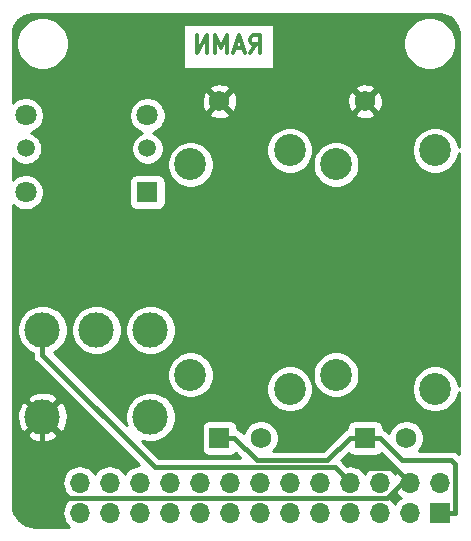
<source format=gbr>
G04 #@! TF.GenerationSoftware,KiCad,Pcbnew,(5.1.4)-1*
G04 #@! TF.CreationDate,2019-12-12T19:48:24+09:00*
G04 #@! TF.ProjectId,microcar_head,6d696372-6f63-4617-925f-686561642e6b,rev?*
G04 #@! TF.SameCoordinates,Original*
G04 #@! TF.FileFunction,Copper,L2,Bot*
G04 #@! TF.FilePolarity,Positive*
%FSLAX46Y46*%
G04 Gerber Fmt 4.6, Leading zero omitted, Abs format (unit mm)*
G04 Created by KiCad (PCBNEW (5.1.4)-1) date 2019-12-12 19:48:24*
%MOMM*%
%LPD*%
G04 APERTURE LIST*
%ADD10C,0.300000*%
%ADD11O,1.700000X1.700000*%
%ADD12R,1.700000X1.700000*%
%ADD13C,1.508000*%
%ADD14C,1.800000*%
%ADD15R,1.800000X1.800000*%
%ADD16C,3.000000*%
%ADD17C,2.700000*%
%ADD18C,1.750000*%
%ADD19R,1.750000X1.750000*%
%ADD20C,0.400000*%
%ADD21C,0.254000*%
G04 APERTURE END LIST*
D10*
X53129428Y-24554571D02*
X53629428Y-23840285D01*
X53986571Y-24554571D02*
X53986571Y-23054571D01*
X53415142Y-23054571D01*
X53272285Y-23126000D01*
X53200857Y-23197428D01*
X53129428Y-23340285D01*
X53129428Y-23554571D01*
X53200857Y-23697428D01*
X53272285Y-23768857D01*
X53415142Y-23840285D01*
X53986571Y-23840285D01*
X52558000Y-24126000D02*
X51843714Y-24126000D01*
X52700857Y-24554571D02*
X52200857Y-23054571D01*
X51700857Y-24554571D01*
X51200857Y-24554571D02*
X51200857Y-23054571D01*
X50700857Y-24126000D01*
X50200857Y-23054571D01*
X50200857Y-24554571D01*
X49486571Y-24554571D02*
X49486571Y-23054571D01*
X48629428Y-24554571D01*
X48629428Y-23054571D01*
D11*
X38735000Y-60960000D03*
X38735000Y-63500000D03*
X41275000Y-60960000D03*
X41275000Y-63500000D03*
X43815000Y-60960000D03*
X43815000Y-63500000D03*
X46355000Y-60960000D03*
X46355000Y-63500000D03*
X48895000Y-60960000D03*
X48895000Y-63500000D03*
X51435000Y-60960000D03*
X51435000Y-63500000D03*
X53975000Y-60960000D03*
X53975000Y-63500000D03*
X56515000Y-60960000D03*
X56515000Y-63500000D03*
X59055000Y-60960000D03*
X59055000Y-63500000D03*
X61595000Y-60960000D03*
X61595000Y-63500000D03*
X64135000Y-60960000D03*
X64135000Y-63500000D03*
X66675000Y-60960000D03*
X66675000Y-63500000D03*
X69215000Y-60960000D03*
D12*
X69215000Y-63500000D03*
D13*
X34150000Y-32645000D03*
X44450000Y-32645000D03*
D14*
X34150000Y-36345000D03*
D15*
X44450000Y-36345000D03*
D14*
X34150000Y-29845000D03*
X44450000Y-29845000D03*
D16*
X44704000Y-48006000D03*
X35560000Y-48006000D03*
X40132000Y-48006000D03*
X35560000Y-55372000D03*
X44704000Y-55372000D03*
D17*
X68815000Y-32800000D03*
X68815000Y-53000000D03*
X60415000Y-34000000D03*
X60415000Y-51800000D03*
D18*
X62865000Y-28650000D03*
X66365000Y-57150000D03*
D19*
X62865000Y-57150000D03*
D17*
X56496000Y-32800000D03*
X56496000Y-53000000D03*
X48096000Y-34000000D03*
X48096000Y-51800000D03*
D18*
X50546000Y-28650000D03*
X54046000Y-57150000D03*
D19*
X50546000Y-57150000D03*
D20*
X66675000Y-60960000D02*
X65985002Y-60960000D01*
X65985002Y-60960000D02*
X64715002Y-62230000D01*
X35560000Y-60960000D02*
X35560000Y-55372000D01*
X36830000Y-62230000D02*
X35560000Y-60960000D01*
X64715002Y-62230000D02*
X36830000Y-62230000D01*
X66675000Y-60960000D02*
X65405000Y-59690000D01*
X65405000Y-59690000D02*
X62865000Y-59690000D01*
X61590000Y-57150000D02*
X62865000Y-57150000D01*
X59685000Y-59055000D02*
X61590000Y-57150000D01*
X53726000Y-59055000D02*
X59685000Y-59055000D01*
X50546000Y-57150000D02*
X51821000Y-57150000D01*
X51821000Y-57150000D02*
X53726000Y-59055000D01*
X64140000Y-57150000D02*
X62865000Y-57150000D01*
X70485000Y-63480000D02*
X70485000Y-59382998D01*
X70465001Y-63499999D02*
X70485000Y-63480000D01*
X70485000Y-59382998D02*
X70157002Y-59055000D01*
X70157002Y-59055000D02*
X66045000Y-59055000D01*
X69215000Y-63500000D02*
X70465001Y-63499999D01*
X66045000Y-59055000D02*
X64140000Y-57150000D01*
X35560000Y-50127320D02*
X35560000Y-48006000D01*
X45087690Y-59655010D02*
X35560000Y-50127320D01*
X61595000Y-60960000D02*
X60290010Y-59655010D01*
X60290010Y-59655010D02*
X45087690Y-59655010D01*
D21*
G36*
X69520302Y-21318100D02*
G01*
X69813976Y-21406765D01*
X70084843Y-21550787D01*
X70322565Y-21744669D01*
X70518111Y-21981043D01*
X70664018Y-22250892D01*
X70754731Y-22543939D01*
X70790000Y-22879496D01*
X70790000Y-32554222D01*
X70723718Y-32220997D01*
X70574085Y-31859750D01*
X70356851Y-31534636D01*
X70080364Y-31258149D01*
X69755250Y-31040915D01*
X69394003Y-30891282D01*
X69010505Y-30815000D01*
X68619495Y-30815000D01*
X68235997Y-30891282D01*
X67874750Y-31040915D01*
X67549636Y-31258149D01*
X67273149Y-31534636D01*
X67055915Y-31859750D01*
X66906282Y-32220997D01*
X66830000Y-32604495D01*
X66830000Y-32995505D01*
X66906282Y-33379003D01*
X67055915Y-33740250D01*
X67273149Y-34065364D01*
X67549636Y-34341851D01*
X67874750Y-34559085D01*
X68235997Y-34708718D01*
X68619495Y-34785000D01*
X69010505Y-34785000D01*
X69394003Y-34708718D01*
X69755250Y-34559085D01*
X70080364Y-34341851D01*
X70356851Y-34065364D01*
X70574085Y-33740250D01*
X70723718Y-33379003D01*
X70790000Y-33045778D01*
X70790001Y-52754225D01*
X70723718Y-52420997D01*
X70574085Y-52059750D01*
X70356851Y-51734636D01*
X70080364Y-51458149D01*
X69755250Y-51240915D01*
X69394003Y-51091282D01*
X69010505Y-51015000D01*
X68619495Y-51015000D01*
X68235997Y-51091282D01*
X67874750Y-51240915D01*
X67549636Y-51458149D01*
X67273149Y-51734636D01*
X67055915Y-52059750D01*
X66906282Y-52420997D01*
X66830000Y-52804495D01*
X66830000Y-53195505D01*
X66906282Y-53579003D01*
X67055915Y-53940250D01*
X67273149Y-54265364D01*
X67549636Y-54541851D01*
X67874750Y-54759085D01*
X68235997Y-54908718D01*
X68619495Y-54985000D01*
X69010505Y-54985000D01*
X69394003Y-54908718D01*
X69755250Y-54759085D01*
X70080364Y-54541851D01*
X70356851Y-54265364D01*
X70574085Y-53940250D01*
X70723718Y-53579003D01*
X70790001Y-53245775D01*
X70790001Y-58507132D01*
X70776448Y-58493579D01*
X70750293Y-58461709D01*
X70623148Y-58357364D01*
X70478089Y-58279828D01*
X70320691Y-58232082D01*
X70198021Y-58220000D01*
X70198020Y-58220000D01*
X70157002Y-58215960D01*
X70115984Y-58220000D01*
X67430462Y-58220000D01*
X67537893Y-58112569D01*
X67703144Y-57865253D01*
X67816971Y-57590451D01*
X67875000Y-57298722D01*
X67875000Y-57001278D01*
X67816971Y-56709549D01*
X67703144Y-56434747D01*
X67537893Y-56187431D01*
X67327569Y-55977107D01*
X67080253Y-55811856D01*
X66805451Y-55698029D01*
X66513722Y-55640000D01*
X66216278Y-55640000D01*
X65924549Y-55698029D01*
X65649747Y-55811856D01*
X65402431Y-55977107D01*
X65192107Y-56187431D01*
X65026856Y-56434747D01*
X64913029Y-56709549D01*
X64907618Y-56736751D01*
X64759446Y-56588579D01*
X64733291Y-56556709D01*
X64606146Y-56452364D01*
X64461087Y-56374828D01*
X64378072Y-56349646D01*
X64378072Y-56275000D01*
X64365812Y-56150518D01*
X64329502Y-56030820D01*
X64270537Y-55920506D01*
X64191185Y-55823815D01*
X64094494Y-55744463D01*
X63984180Y-55685498D01*
X63864482Y-55649188D01*
X63740000Y-55636928D01*
X61990000Y-55636928D01*
X61865518Y-55649188D01*
X61745820Y-55685498D01*
X61635506Y-55744463D01*
X61538815Y-55823815D01*
X61459463Y-55920506D01*
X61400498Y-56030820D01*
X61364188Y-56150518D01*
X61351928Y-56275000D01*
X61351928Y-56349646D01*
X61268913Y-56374828D01*
X61123854Y-56452364D01*
X61031645Y-56528038D01*
X60996709Y-56556709D01*
X60970563Y-56588568D01*
X59339133Y-58220000D01*
X55111462Y-58220000D01*
X55218893Y-58112569D01*
X55384144Y-57865253D01*
X55497971Y-57590451D01*
X55556000Y-57298722D01*
X55556000Y-57001278D01*
X55497971Y-56709549D01*
X55384144Y-56434747D01*
X55218893Y-56187431D01*
X55008569Y-55977107D01*
X54761253Y-55811856D01*
X54486451Y-55698029D01*
X54194722Y-55640000D01*
X53897278Y-55640000D01*
X53605549Y-55698029D01*
X53330747Y-55811856D01*
X53083431Y-55977107D01*
X52873107Y-56187431D01*
X52707856Y-56434747D01*
X52594029Y-56709549D01*
X52588618Y-56736751D01*
X52440446Y-56588579D01*
X52414291Y-56556709D01*
X52287146Y-56452364D01*
X52142087Y-56374828D01*
X52059072Y-56349646D01*
X52059072Y-56275000D01*
X52046812Y-56150518D01*
X52010502Y-56030820D01*
X51951537Y-55920506D01*
X51872185Y-55823815D01*
X51775494Y-55744463D01*
X51665180Y-55685498D01*
X51545482Y-55649188D01*
X51421000Y-55636928D01*
X49671000Y-55636928D01*
X49546518Y-55649188D01*
X49426820Y-55685498D01*
X49316506Y-55744463D01*
X49219815Y-55823815D01*
X49140463Y-55920506D01*
X49081498Y-56030820D01*
X49045188Y-56150518D01*
X49032928Y-56275000D01*
X49032928Y-58025000D01*
X49045188Y-58149482D01*
X49081498Y-58269180D01*
X49140463Y-58379494D01*
X49219815Y-58476185D01*
X49316506Y-58555537D01*
X49426820Y-58614502D01*
X49546518Y-58650812D01*
X49671000Y-58663072D01*
X51421000Y-58663072D01*
X51545482Y-58650812D01*
X51665180Y-58614502D01*
X51775494Y-58555537D01*
X51872185Y-58476185D01*
X51914615Y-58424483D01*
X52310142Y-58820010D01*
X45433558Y-58820010D01*
X44008277Y-57394729D01*
X44081244Y-57424953D01*
X44493721Y-57507000D01*
X44914279Y-57507000D01*
X45326756Y-57424953D01*
X45715302Y-57264012D01*
X46064983Y-57030363D01*
X46362363Y-56732983D01*
X46596012Y-56383302D01*
X46756953Y-55994756D01*
X46839000Y-55582279D01*
X46839000Y-55161721D01*
X46756953Y-54749244D01*
X46596012Y-54360698D01*
X46362363Y-54011017D01*
X46064983Y-53713637D01*
X45715302Y-53479988D01*
X45326756Y-53319047D01*
X44914279Y-53237000D01*
X44493721Y-53237000D01*
X44081244Y-53319047D01*
X43692698Y-53479988D01*
X43343017Y-53713637D01*
X43045637Y-54011017D01*
X42811988Y-54360698D01*
X42651047Y-54749244D01*
X42569000Y-55161721D01*
X42569000Y-55582279D01*
X42651047Y-55994756D01*
X42681271Y-56067723D01*
X38218043Y-51604495D01*
X46111000Y-51604495D01*
X46111000Y-51995505D01*
X46187282Y-52379003D01*
X46336915Y-52740250D01*
X46554149Y-53065364D01*
X46830636Y-53341851D01*
X47155750Y-53559085D01*
X47516997Y-53708718D01*
X47900495Y-53785000D01*
X48291505Y-53785000D01*
X48675003Y-53708718D01*
X49036250Y-53559085D01*
X49361364Y-53341851D01*
X49637851Y-53065364D01*
X49812157Y-52804495D01*
X54511000Y-52804495D01*
X54511000Y-53195505D01*
X54587282Y-53579003D01*
X54736915Y-53940250D01*
X54954149Y-54265364D01*
X55230636Y-54541851D01*
X55555750Y-54759085D01*
X55916997Y-54908718D01*
X56300495Y-54985000D01*
X56691505Y-54985000D01*
X57075003Y-54908718D01*
X57436250Y-54759085D01*
X57761364Y-54541851D01*
X58037851Y-54265364D01*
X58255085Y-53940250D01*
X58404718Y-53579003D01*
X58481000Y-53195505D01*
X58481000Y-52804495D01*
X58404718Y-52420997D01*
X58255085Y-52059750D01*
X58037851Y-51734636D01*
X57907710Y-51604495D01*
X58430000Y-51604495D01*
X58430000Y-51995505D01*
X58506282Y-52379003D01*
X58655915Y-52740250D01*
X58873149Y-53065364D01*
X59149636Y-53341851D01*
X59474750Y-53559085D01*
X59835997Y-53708718D01*
X60219495Y-53785000D01*
X60610505Y-53785000D01*
X60994003Y-53708718D01*
X61355250Y-53559085D01*
X61680364Y-53341851D01*
X61956851Y-53065364D01*
X62174085Y-52740250D01*
X62323718Y-52379003D01*
X62400000Y-51995505D01*
X62400000Y-51604495D01*
X62323718Y-51220997D01*
X62174085Y-50859750D01*
X61956851Y-50534636D01*
X61680364Y-50258149D01*
X61355250Y-50040915D01*
X60994003Y-49891282D01*
X60610505Y-49815000D01*
X60219495Y-49815000D01*
X59835997Y-49891282D01*
X59474750Y-50040915D01*
X59149636Y-50258149D01*
X58873149Y-50534636D01*
X58655915Y-50859750D01*
X58506282Y-51220997D01*
X58430000Y-51604495D01*
X57907710Y-51604495D01*
X57761364Y-51458149D01*
X57436250Y-51240915D01*
X57075003Y-51091282D01*
X56691505Y-51015000D01*
X56300495Y-51015000D01*
X55916997Y-51091282D01*
X55555750Y-51240915D01*
X55230636Y-51458149D01*
X54954149Y-51734636D01*
X54736915Y-52059750D01*
X54587282Y-52420997D01*
X54511000Y-52804495D01*
X49812157Y-52804495D01*
X49855085Y-52740250D01*
X50004718Y-52379003D01*
X50081000Y-51995505D01*
X50081000Y-51604495D01*
X50004718Y-51220997D01*
X49855085Y-50859750D01*
X49637851Y-50534636D01*
X49361364Y-50258149D01*
X49036250Y-50040915D01*
X48675003Y-49891282D01*
X48291505Y-49815000D01*
X47900495Y-49815000D01*
X47516997Y-49891282D01*
X47155750Y-50040915D01*
X46830636Y-50258149D01*
X46554149Y-50534636D01*
X46336915Y-50859750D01*
X46187282Y-51220997D01*
X46111000Y-51604495D01*
X38218043Y-51604495D01*
X36529057Y-49915510D01*
X36571302Y-49898012D01*
X36920983Y-49664363D01*
X37218363Y-49366983D01*
X37452012Y-49017302D01*
X37612953Y-48628756D01*
X37695000Y-48216279D01*
X37695000Y-47795721D01*
X37997000Y-47795721D01*
X37997000Y-48216279D01*
X38079047Y-48628756D01*
X38239988Y-49017302D01*
X38473637Y-49366983D01*
X38771017Y-49664363D01*
X39120698Y-49898012D01*
X39509244Y-50058953D01*
X39921721Y-50141000D01*
X40342279Y-50141000D01*
X40754756Y-50058953D01*
X41143302Y-49898012D01*
X41492983Y-49664363D01*
X41790363Y-49366983D01*
X42024012Y-49017302D01*
X42184953Y-48628756D01*
X42267000Y-48216279D01*
X42267000Y-47795721D01*
X42569000Y-47795721D01*
X42569000Y-48216279D01*
X42651047Y-48628756D01*
X42811988Y-49017302D01*
X43045637Y-49366983D01*
X43343017Y-49664363D01*
X43692698Y-49898012D01*
X44081244Y-50058953D01*
X44493721Y-50141000D01*
X44914279Y-50141000D01*
X45326756Y-50058953D01*
X45715302Y-49898012D01*
X46064983Y-49664363D01*
X46362363Y-49366983D01*
X46596012Y-49017302D01*
X46756953Y-48628756D01*
X46839000Y-48216279D01*
X46839000Y-47795721D01*
X46756953Y-47383244D01*
X46596012Y-46994698D01*
X46362363Y-46645017D01*
X46064983Y-46347637D01*
X45715302Y-46113988D01*
X45326756Y-45953047D01*
X44914279Y-45871000D01*
X44493721Y-45871000D01*
X44081244Y-45953047D01*
X43692698Y-46113988D01*
X43343017Y-46347637D01*
X43045637Y-46645017D01*
X42811988Y-46994698D01*
X42651047Y-47383244D01*
X42569000Y-47795721D01*
X42267000Y-47795721D01*
X42184953Y-47383244D01*
X42024012Y-46994698D01*
X41790363Y-46645017D01*
X41492983Y-46347637D01*
X41143302Y-46113988D01*
X40754756Y-45953047D01*
X40342279Y-45871000D01*
X39921721Y-45871000D01*
X39509244Y-45953047D01*
X39120698Y-46113988D01*
X38771017Y-46347637D01*
X38473637Y-46645017D01*
X38239988Y-46994698D01*
X38079047Y-47383244D01*
X37997000Y-47795721D01*
X37695000Y-47795721D01*
X37612953Y-47383244D01*
X37452012Y-46994698D01*
X37218363Y-46645017D01*
X36920983Y-46347637D01*
X36571302Y-46113988D01*
X36182756Y-45953047D01*
X35770279Y-45871000D01*
X35349721Y-45871000D01*
X34937244Y-45953047D01*
X34548698Y-46113988D01*
X34199017Y-46347637D01*
X33901637Y-46645017D01*
X33667988Y-46994698D01*
X33507047Y-47383244D01*
X33425000Y-47795721D01*
X33425000Y-48216279D01*
X33507047Y-48628756D01*
X33667988Y-49017302D01*
X33901637Y-49366983D01*
X34199017Y-49664363D01*
X34548698Y-49898012D01*
X34725000Y-49971039D01*
X34725000Y-50086301D01*
X34720960Y-50127320D01*
X34725000Y-50168338D01*
X34737082Y-50291008D01*
X34784828Y-50448406D01*
X34862364Y-50593465D01*
X34966709Y-50720611D01*
X34998579Y-50746766D01*
X43728178Y-59476366D01*
X43523889Y-59496487D01*
X43243966Y-59581401D01*
X42985986Y-59719294D01*
X42759866Y-59904866D01*
X42574294Y-60130986D01*
X42545000Y-60185791D01*
X42515706Y-60130986D01*
X42330134Y-59904866D01*
X42104014Y-59719294D01*
X41846034Y-59581401D01*
X41566111Y-59496487D01*
X41347950Y-59475000D01*
X41202050Y-59475000D01*
X40983889Y-59496487D01*
X40703966Y-59581401D01*
X40445986Y-59719294D01*
X40219866Y-59904866D01*
X40034294Y-60130986D01*
X40005000Y-60185791D01*
X39975706Y-60130986D01*
X39790134Y-59904866D01*
X39564014Y-59719294D01*
X39306034Y-59581401D01*
X39026111Y-59496487D01*
X38807950Y-59475000D01*
X38662050Y-59475000D01*
X38443889Y-59496487D01*
X38163966Y-59581401D01*
X37905986Y-59719294D01*
X37679866Y-59904866D01*
X37494294Y-60130986D01*
X37356401Y-60388966D01*
X37271487Y-60668889D01*
X37242815Y-60960000D01*
X37271487Y-61251111D01*
X37356401Y-61531034D01*
X37494294Y-61789014D01*
X37679866Y-62015134D01*
X37905986Y-62200706D01*
X37960791Y-62230000D01*
X37905986Y-62259294D01*
X37679866Y-62444866D01*
X37494294Y-62670986D01*
X37356401Y-62928966D01*
X37271487Y-63208889D01*
X37242815Y-63500000D01*
X37271487Y-63791111D01*
X37356401Y-64071034D01*
X37494294Y-64329014D01*
X37679866Y-64555134D01*
X37807646Y-64660000D01*
X34957279Y-64660000D01*
X34560455Y-64621091D01*
X34209794Y-64515220D01*
X33886377Y-64343257D01*
X33602518Y-64111748D01*
X33369035Y-63829514D01*
X33194816Y-63507304D01*
X33086498Y-63157385D01*
X33045000Y-62762557D01*
X33045000Y-56863653D01*
X34247952Y-56863653D01*
X34403962Y-57179214D01*
X34778745Y-57370020D01*
X35183551Y-57484044D01*
X35602824Y-57516902D01*
X36020451Y-57467334D01*
X36420383Y-57337243D01*
X36716038Y-57179214D01*
X36872048Y-56863653D01*
X35560000Y-55551605D01*
X34247952Y-56863653D01*
X33045000Y-56863653D01*
X33045000Y-55414824D01*
X33415098Y-55414824D01*
X33464666Y-55832451D01*
X33594757Y-56232383D01*
X33752786Y-56528038D01*
X34068347Y-56684048D01*
X35380395Y-55372000D01*
X35739605Y-55372000D01*
X37051653Y-56684048D01*
X37367214Y-56528038D01*
X37558020Y-56153255D01*
X37672044Y-55748449D01*
X37704902Y-55329176D01*
X37655334Y-54911549D01*
X37525243Y-54511617D01*
X37367214Y-54215962D01*
X37051653Y-54059952D01*
X35739605Y-55372000D01*
X35380395Y-55372000D01*
X34068347Y-54059952D01*
X33752786Y-54215962D01*
X33561980Y-54590745D01*
X33447956Y-54995551D01*
X33415098Y-55414824D01*
X33045000Y-55414824D01*
X33045000Y-53880347D01*
X34247952Y-53880347D01*
X35560000Y-55192395D01*
X36872048Y-53880347D01*
X36716038Y-53564786D01*
X36341255Y-53373980D01*
X35936449Y-53259956D01*
X35517176Y-53227098D01*
X35099549Y-53276666D01*
X34699617Y-53406757D01*
X34403962Y-53564786D01*
X34247952Y-53880347D01*
X33045000Y-53880347D01*
X33045000Y-37410817D01*
X33171495Y-37537312D01*
X33422905Y-37705299D01*
X33702257Y-37821011D01*
X33998816Y-37880000D01*
X34301184Y-37880000D01*
X34597743Y-37821011D01*
X34877095Y-37705299D01*
X35128505Y-37537312D01*
X35342312Y-37323505D01*
X35510299Y-37072095D01*
X35626011Y-36792743D01*
X35685000Y-36496184D01*
X35685000Y-36193816D01*
X35626011Y-35897257D01*
X35510299Y-35617905D01*
X35394768Y-35445000D01*
X42911928Y-35445000D01*
X42911928Y-37245000D01*
X42924188Y-37369482D01*
X42960498Y-37489180D01*
X43019463Y-37599494D01*
X43098815Y-37696185D01*
X43195506Y-37775537D01*
X43305820Y-37834502D01*
X43425518Y-37870812D01*
X43550000Y-37883072D01*
X45350000Y-37883072D01*
X45474482Y-37870812D01*
X45594180Y-37834502D01*
X45704494Y-37775537D01*
X45801185Y-37696185D01*
X45880537Y-37599494D01*
X45939502Y-37489180D01*
X45975812Y-37369482D01*
X45988072Y-37245000D01*
X45988072Y-35445000D01*
X45975812Y-35320518D01*
X45939502Y-35200820D01*
X45880537Y-35090506D01*
X45801185Y-34993815D01*
X45704494Y-34914463D01*
X45594180Y-34855498D01*
X45474482Y-34819188D01*
X45350000Y-34806928D01*
X43550000Y-34806928D01*
X43425518Y-34819188D01*
X43305820Y-34855498D01*
X43195506Y-34914463D01*
X43098815Y-34993815D01*
X43019463Y-35090506D01*
X42960498Y-35200820D01*
X42924188Y-35320518D01*
X42911928Y-35445000D01*
X35394768Y-35445000D01*
X35342312Y-35366495D01*
X35128505Y-35152688D01*
X34877095Y-34984701D01*
X34597743Y-34868989D01*
X34301184Y-34810000D01*
X33998816Y-34810000D01*
X33702257Y-34868989D01*
X33422905Y-34984701D01*
X33171495Y-35152688D01*
X33045000Y-35279183D01*
X33045000Y-33491385D01*
X33071093Y-33530436D01*
X33264564Y-33723907D01*
X33492062Y-33875916D01*
X33744844Y-33980622D01*
X34013195Y-34034000D01*
X34286805Y-34034000D01*
X34555156Y-33980622D01*
X34807938Y-33875916D01*
X35035436Y-33723907D01*
X35228907Y-33530436D01*
X35380916Y-33302938D01*
X35485622Y-33050156D01*
X35539000Y-32781805D01*
X35539000Y-32508195D01*
X35485622Y-32239844D01*
X35380916Y-31987062D01*
X35228907Y-31759564D01*
X35035436Y-31566093D01*
X34807938Y-31414084D01*
X34587945Y-31322960D01*
X34597743Y-31321011D01*
X34877095Y-31205299D01*
X35128505Y-31037312D01*
X35342312Y-30823505D01*
X35510299Y-30572095D01*
X35626011Y-30292743D01*
X35685000Y-29996184D01*
X35685000Y-29693816D01*
X42915000Y-29693816D01*
X42915000Y-29996184D01*
X42973989Y-30292743D01*
X43089701Y-30572095D01*
X43257688Y-30823505D01*
X43471495Y-31037312D01*
X43722905Y-31205299D01*
X44002257Y-31321011D01*
X44012055Y-31322960D01*
X43792062Y-31414084D01*
X43564564Y-31566093D01*
X43371093Y-31759564D01*
X43219084Y-31987062D01*
X43114378Y-32239844D01*
X43061000Y-32508195D01*
X43061000Y-32781805D01*
X43114378Y-33050156D01*
X43219084Y-33302938D01*
X43371093Y-33530436D01*
X43564564Y-33723907D01*
X43792062Y-33875916D01*
X44044844Y-33980622D01*
X44313195Y-34034000D01*
X44586805Y-34034000D01*
X44855156Y-33980622D01*
X45107938Y-33875916D01*
X45214827Y-33804495D01*
X46111000Y-33804495D01*
X46111000Y-34195505D01*
X46187282Y-34579003D01*
X46336915Y-34940250D01*
X46554149Y-35265364D01*
X46830636Y-35541851D01*
X47155750Y-35759085D01*
X47516997Y-35908718D01*
X47900495Y-35985000D01*
X48291505Y-35985000D01*
X48675003Y-35908718D01*
X49036250Y-35759085D01*
X49361364Y-35541851D01*
X49637851Y-35265364D01*
X49855085Y-34940250D01*
X50004718Y-34579003D01*
X50081000Y-34195505D01*
X50081000Y-33804495D01*
X50004718Y-33420997D01*
X49855085Y-33059750D01*
X49637851Y-32734636D01*
X49507710Y-32604495D01*
X54511000Y-32604495D01*
X54511000Y-32995505D01*
X54587282Y-33379003D01*
X54736915Y-33740250D01*
X54954149Y-34065364D01*
X55230636Y-34341851D01*
X55555750Y-34559085D01*
X55916997Y-34708718D01*
X56300495Y-34785000D01*
X56691505Y-34785000D01*
X57075003Y-34708718D01*
X57436250Y-34559085D01*
X57761364Y-34341851D01*
X58037851Y-34065364D01*
X58212157Y-33804495D01*
X58430000Y-33804495D01*
X58430000Y-34195505D01*
X58506282Y-34579003D01*
X58655915Y-34940250D01*
X58873149Y-35265364D01*
X59149636Y-35541851D01*
X59474750Y-35759085D01*
X59835997Y-35908718D01*
X60219495Y-35985000D01*
X60610505Y-35985000D01*
X60994003Y-35908718D01*
X61355250Y-35759085D01*
X61680364Y-35541851D01*
X61956851Y-35265364D01*
X62174085Y-34940250D01*
X62323718Y-34579003D01*
X62400000Y-34195505D01*
X62400000Y-33804495D01*
X62323718Y-33420997D01*
X62174085Y-33059750D01*
X61956851Y-32734636D01*
X61680364Y-32458149D01*
X61355250Y-32240915D01*
X60994003Y-32091282D01*
X60610505Y-32015000D01*
X60219495Y-32015000D01*
X59835997Y-32091282D01*
X59474750Y-32240915D01*
X59149636Y-32458149D01*
X58873149Y-32734636D01*
X58655915Y-33059750D01*
X58506282Y-33420997D01*
X58430000Y-33804495D01*
X58212157Y-33804495D01*
X58255085Y-33740250D01*
X58404718Y-33379003D01*
X58481000Y-32995505D01*
X58481000Y-32604495D01*
X58404718Y-32220997D01*
X58255085Y-31859750D01*
X58037851Y-31534636D01*
X57761364Y-31258149D01*
X57436250Y-31040915D01*
X57075003Y-30891282D01*
X56691505Y-30815000D01*
X56300495Y-30815000D01*
X55916997Y-30891282D01*
X55555750Y-31040915D01*
X55230636Y-31258149D01*
X54954149Y-31534636D01*
X54736915Y-31859750D01*
X54587282Y-32220997D01*
X54511000Y-32604495D01*
X49507710Y-32604495D01*
X49361364Y-32458149D01*
X49036250Y-32240915D01*
X48675003Y-32091282D01*
X48291505Y-32015000D01*
X47900495Y-32015000D01*
X47516997Y-32091282D01*
X47155750Y-32240915D01*
X46830636Y-32458149D01*
X46554149Y-32734636D01*
X46336915Y-33059750D01*
X46187282Y-33420997D01*
X46111000Y-33804495D01*
X45214827Y-33804495D01*
X45335436Y-33723907D01*
X45528907Y-33530436D01*
X45680916Y-33302938D01*
X45785622Y-33050156D01*
X45839000Y-32781805D01*
X45839000Y-32508195D01*
X45785622Y-32239844D01*
X45680916Y-31987062D01*
X45528907Y-31759564D01*
X45335436Y-31566093D01*
X45107938Y-31414084D01*
X44887945Y-31322960D01*
X44897743Y-31321011D01*
X45177095Y-31205299D01*
X45428505Y-31037312D01*
X45642312Y-30823505D01*
X45810299Y-30572095D01*
X45926011Y-30292743D01*
X45985000Y-29996184D01*
X45985000Y-29696240D01*
X49679365Y-29696240D01*
X49760025Y-29947868D01*
X50028329Y-30076267D01*
X50316526Y-30149855D01*
X50613543Y-30165804D01*
X50907963Y-30123501D01*
X51188474Y-30024572D01*
X51331975Y-29947868D01*
X51412635Y-29696240D01*
X61998365Y-29696240D01*
X62079025Y-29947868D01*
X62347329Y-30076267D01*
X62635526Y-30149855D01*
X62932543Y-30165804D01*
X63226963Y-30123501D01*
X63507474Y-30024572D01*
X63650975Y-29947868D01*
X63731635Y-29696240D01*
X62865000Y-28829605D01*
X61998365Y-29696240D01*
X51412635Y-29696240D01*
X50546000Y-28829605D01*
X49679365Y-29696240D01*
X45985000Y-29696240D01*
X45985000Y-29693816D01*
X45926011Y-29397257D01*
X45810299Y-29117905D01*
X45642312Y-28866495D01*
X45493360Y-28717543D01*
X49030196Y-28717543D01*
X49072499Y-29011963D01*
X49171428Y-29292474D01*
X49248132Y-29435975D01*
X49499760Y-29516635D01*
X50366395Y-28650000D01*
X50725605Y-28650000D01*
X51592240Y-29516635D01*
X51843868Y-29435975D01*
X51972267Y-29167671D01*
X52045855Y-28879474D01*
X52054550Y-28717543D01*
X61349196Y-28717543D01*
X61391499Y-29011963D01*
X61490428Y-29292474D01*
X61567132Y-29435975D01*
X61818760Y-29516635D01*
X62685395Y-28650000D01*
X63044605Y-28650000D01*
X63911240Y-29516635D01*
X64162868Y-29435975D01*
X64291267Y-29167671D01*
X64364855Y-28879474D01*
X64380804Y-28582457D01*
X64338501Y-28288037D01*
X64239572Y-28007526D01*
X64162868Y-27864025D01*
X63911240Y-27783365D01*
X63044605Y-28650000D01*
X62685395Y-28650000D01*
X61818760Y-27783365D01*
X61567132Y-27864025D01*
X61438733Y-28132329D01*
X61365145Y-28420526D01*
X61349196Y-28717543D01*
X52054550Y-28717543D01*
X52061804Y-28582457D01*
X52019501Y-28288037D01*
X51920572Y-28007526D01*
X51843868Y-27864025D01*
X51592240Y-27783365D01*
X50725605Y-28650000D01*
X50366395Y-28650000D01*
X49499760Y-27783365D01*
X49248132Y-27864025D01*
X49119733Y-28132329D01*
X49046145Y-28420526D01*
X49030196Y-28717543D01*
X45493360Y-28717543D01*
X45428505Y-28652688D01*
X45177095Y-28484701D01*
X44897743Y-28368989D01*
X44601184Y-28310000D01*
X44298816Y-28310000D01*
X44002257Y-28368989D01*
X43722905Y-28484701D01*
X43471495Y-28652688D01*
X43257688Y-28866495D01*
X43089701Y-29117905D01*
X42973989Y-29397257D01*
X42915000Y-29693816D01*
X35685000Y-29693816D01*
X35626011Y-29397257D01*
X35510299Y-29117905D01*
X35342312Y-28866495D01*
X35128505Y-28652688D01*
X34877095Y-28484701D01*
X34597743Y-28368989D01*
X34301184Y-28310000D01*
X33998816Y-28310000D01*
X33702257Y-28368989D01*
X33422905Y-28484701D01*
X33171495Y-28652688D01*
X33045000Y-28779183D01*
X33045000Y-27603760D01*
X49679365Y-27603760D01*
X50546000Y-28470395D01*
X51412635Y-27603760D01*
X61998365Y-27603760D01*
X62865000Y-28470395D01*
X63731635Y-27603760D01*
X63650975Y-27352132D01*
X63382671Y-27223733D01*
X63094474Y-27150145D01*
X62797457Y-27134196D01*
X62503037Y-27176499D01*
X62222526Y-27275428D01*
X62079025Y-27352132D01*
X61998365Y-27603760D01*
X51412635Y-27603760D01*
X51331975Y-27352132D01*
X51063671Y-27223733D01*
X50775474Y-27150145D01*
X50478457Y-27134196D01*
X50184037Y-27176499D01*
X49903526Y-27275428D01*
X49760025Y-27352132D01*
X49679365Y-27603760D01*
X33045000Y-27603760D01*
X33045000Y-23528872D01*
X33325000Y-23528872D01*
X33325000Y-23969128D01*
X33410890Y-24400925D01*
X33579369Y-24807669D01*
X33823962Y-25173729D01*
X34135271Y-25485038D01*
X34501331Y-25729631D01*
X34908075Y-25898110D01*
X35339872Y-25984000D01*
X35780128Y-25984000D01*
X36211925Y-25898110D01*
X36618669Y-25729631D01*
X36984729Y-25485038D01*
X37296038Y-25173729D01*
X37540631Y-24807669D01*
X37709110Y-24400925D01*
X37795000Y-23969128D01*
X37795000Y-23528872D01*
X37709110Y-23097075D01*
X37540631Y-22690331D01*
X37296038Y-22324271D01*
X37057767Y-22086000D01*
X47487286Y-22086000D01*
X47487286Y-25906000D01*
X55128715Y-25906000D01*
X55128715Y-23528872D01*
X66091000Y-23528872D01*
X66091000Y-23969128D01*
X66176890Y-24400925D01*
X66345369Y-24807669D01*
X66589962Y-25173729D01*
X66901271Y-25485038D01*
X67267331Y-25729631D01*
X67674075Y-25898110D01*
X68105872Y-25984000D01*
X68546128Y-25984000D01*
X68977925Y-25898110D01*
X69384669Y-25729631D01*
X69750729Y-25485038D01*
X70062038Y-25173729D01*
X70306631Y-24807669D01*
X70475110Y-24400925D01*
X70561000Y-23969128D01*
X70561000Y-23528872D01*
X70475110Y-23097075D01*
X70306631Y-22690331D01*
X70062038Y-22324271D01*
X69750729Y-22012962D01*
X69384669Y-21768369D01*
X68977925Y-21599890D01*
X68546128Y-21514000D01*
X68105872Y-21514000D01*
X67674075Y-21599890D01*
X67267331Y-21768369D01*
X66901271Y-22012962D01*
X66589962Y-22324271D01*
X66345369Y-22690331D01*
X66176890Y-23097075D01*
X66091000Y-23528872D01*
X55128715Y-23528872D01*
X55128715Y-22086000D01*
X47487286Y-22086000D01*
X37057767Y-22086000D01*
X36984729Y-22012962D01*
X36618669Y-21768369D01*
X36211925Y-21599890D01*
X35780128Y-21514000D01*
X35339872Y-21514000D01*
X34908075Y-21599890D01*
X34501331Y-21768369D01*
X34135271Y-22012962D01*
X33823962Y-22324271D01*
X33579369Y-22690331D01*
X33410890Y-23097075D01*
X33325000Y-23528872D01*
X33045000Y-23528872D01*
X33045000Y-22892278D01*
X33078100Y-22554698D01*
X33166765Y-22261024D01*
X33310787Y-21990157D01*
X33504669Y-21752435D01*
X33741043Y-21556889D01*
X34010892Y-21410982D01*
X34303939Y-21320269D01*
X34639496Y-21285000D01*
X69182722Y-21285000D01*
X69520302Y-21318100D01*
X69520302Y-21318100D01*
G37*
X69520302Y-21318100D02*
X69813976Y-21406765D01*
X70084843Y-21550787D01*
X70322565Y-21744669D01*
X70518111Y-21981043D01*
X70664018Y-22250892D01*
X70754731Y-22543939D01*
X70790000Y-22879496D01*
X70790000Y-32554222D01*
X70723718Y-32220997D01*
X70574085Y-31859750D01*
X70356851Y-31534636D01*
X70080364Y-31258149D01*
X69755250Y-31040915D01*
X69394003Y-30891282D01*
X69010505Y-30815000D01*
X68619495Y-30815000D01*
X68235997Y-30891282D01*
X67874750Y-31040915D01*
X67549636Y-31258149D01*
X67273149Y-31534636D01*
X67055915Y-31859750D01*
X66906282Y-32220997D01*
X66830000Y-32604495D01*
X66830000Y-32995505D01*
X66906282Y-33379003D01*
X67055915Y-33740250D01*
X67273149Y-34065364D01*
X67549636Y-34341851D01*
X67874750Y-34559085D01*
X68235997Y-34708718D01*
X68619495Y-34785000D01*
X69010505Y-34785000D01*
X69394003Y-34708718D01*
X69755250Y-34559085D01*
X70080364Y-34341851D01*
X70356851Y-34065364D01*
X70574085Y-33740250D01*
X70723718Y-33379003D01*
X70790000Y-33045778D01*
X70790001Y-52754225D01*
X70723718Y-52420997D01*
X70574085Y-52059750D01*
X70356851Y-51734636D01*
X70080364Y-51458149D01*
X69755250Y-51240915D01*
X69394003Y-51091282D01*
X69010505Y-51015000D01*
X68619495Y-51015000D01*
X68235997Y-51091282D01*
X67874750Y-51240915D01*
X67549636Y-51458149D01*
X67273149Y-51734636D01*
X67055915Y-52059750D01*
X66906282Y-52420997D01*
X66830000Y-52804495D01*
X66830000Y-53195505D01*
X66906282Y-53579003D01*
X67055915Y-53940250D01*
X67273149Y-54265364D01*
X67549636Y-54541851D01*
X67874750Y-54759085D01*
X68235997Y-54908718D01*
X68619495Y-54985000D01*
X69010505Y-54985000D01*
X69394003Y-54908718D01*
X69755250Y-54759085D01*
X70080364Y-54541851D01*
X70356851Y-54265364D01*
X70574085Y-53940250D01*
X70723718Y-53579003D01*
X70790001Y-53245775D01*
X70790001Y-58507132D01*
X70776448Y-58493579D01*
X70750293Y-58461709D01*
X70623148Y-58357364D01*
X70478089Y-58279828D01*
X70320691Y-58232082D01*
X70198021Y-58220000D01*
X70198020Y-58220000D01*
X70157002Y-58215960D01*
X70115984Y-58220000D01*
X67430462Y-58220000D01*
X67537893Y-58112569D01*
X67703144Y-57865253D01*
X67816971Y-57590451D01*
X67875000Y-57298722D01*
X67875000Y-57001278D01*
X67816971Y-56709549D01*
X67703144Y-56434747D01*
X67537893Y-56187431D01*
X67327569Y-55977107D01*
X67080253Y-55811856D01*
X66805451Y-55698029D01*
X66513722Y-55640000D01*
X66216278Y-55640000D01*
X65924549Y-55698029D01*
X65649747Y-55811856D01*
X65402431Y-55977107D01*
X65192107Y-56187431D01*
X65026856Y-56434747D01*
X64913029Y-56709549D01*
X64907618Y-56736751D01*
X64759446Y-56588579D01*
X64733291Y-56556709D01*
X64606146Y-56452364D01*
X64461087Y-56374828D01*
X64378072Y-56349646D01*
X64378072Y-56275000D01*
X64365812Y-56150518D01*
X64329502Y-56030820D01*
X64270537Y-55920506D01*
X64191185Y-55823815D01*
X64094494Y-55744463D01*
X63984180Y-55685498D01*
X63864482Y-55649188D01*
X63740000Y-55636928D01*
X61990000Y-55636928D01*
X61865518Y-55649188D01*
X61745820Y-55685498D01*
X61635506Y-55744463D01*
X61538815Y-55823815D01*
X61459463Y-55920506D01*
X61400498Y-56030820D01*
X61364188Y-56150518D01*
X61351928Y-56275000D01*
X61351928Y-56349646D01*
X61268913Y-56374828D01*
X61123854Y-56452364D01*
X61031645Y-56528038D01*
X60996709Y-56556709D01*
X60970563Y-56588568D01*
X59339133Y-58220000D01*
X55111462Y-58220000D01*
X55218893Y-58112569D01*
X55384144Y-57865253D01*
X55497971Y-57590451D01*
X55556000Y-57298722D01*
X55556000Y-57001278D01*
X55497971Y-56709549D01*
X55384144Y-56434747D01*
X55218893Y-56187431D01*
X55008569Y-55977107D01*
X54761253Y-55811856D01*
X54486451Y-55698029D01*
X54194722Y-55640000D01*
X53897278Y-55640000D01*
X53605549Y-55698029D01*
X53330747Y-55811856D01*
X53083431Y-55977107D01*
X52873107Y-56187431D01*
X52707856Y-56434747D01*
X52594029Y-56709549D01*
X52588618Y-56736751D01*
X52440446Y-56588579D01*
X52414291Y-56556709D01*
X52287146Y-56452364D01*
X52142087Y-56374828D01*
X52059072Y-56349646D01*
X52059072Y-56275000D01*
X52046812Y-56150518D01*
X52010502Y-56030820D01*
X51951537Y-55920506D01*
X51872185Y-55823815D01*
X51775494Y-55744463D01*
X51665180Y-55685498D01*
X51545482Y-55649188D01*
X51421000Y-55636928D01*
X49671000Y-55636928D01*
X49546518Y-55649188D01*
X49426820Y-55685498D01*
X49316506Y-55744463D01*
X49219815Y-55823815D01*
X49140463Y-55920506D01*
X49081498Y-56030820D01*
X49045188Y-56150518D01*
X49032928Y-56275000D01*
X49032928Y-58025000D01*
X49045188Y-58149482D01*
X49081498Y-58269180D01*
X49140463Y-58379494D01*
X49219815Y-58476185D01*
X49316506Y-58555537D01*
X49426820Y-58614502D01*
X49546518Y-58650812D01*
X49671000Y-58663072D01*
X51421000Y-58663072D01*
X51545482Y-58650812D01*
X51665180Y-58614502D01*
X51775494Y-58555537D01*
X51872185Y-58476185D01*
X51914615Y-58424483D01*
X52310142Y-58820010D01*
X45433558Y-58820010D01*
X44008277Y-57394729D01*
X44081244Y-57424953D01*
X44493721Y-57507000D01*
X44914279Y-57507000D01*
X45326756Y-57424953D01*
X45715302Y-57264012D01*
X46064983Y-57030363D01*
X46362363Y-56732983D01*
X46596012Y-56383302D01*
X46756953Y-55994756D01*
X46839000Y-55582279D01*
X46839000Y-55161721D01*
X46756953Y-54749244D01*
X46596012Y-54360698D01*
X46362363Y-54011017D01*
X46064983Y-53713637D01*
X45715302Y-53479988D01*
X45326756Y-53319047D01*
X44914279Y-53237000D01*
X44493721Y-53237000D01*
X44081244Y-53319047D01*
X43692698Y-53479988D01*
X43343017Y-53713637D01*
X43045637Y-54011017D01*
X42811988Y-54360698D01*
X42651047Y-54749244D01*
X42569000Y-55161721D01*
X42569000Y-55582279D01*
X42651047Y-55994756D01*
X42681271Y-56067723D01*
X38218043Y-51604495D01*
X46111000Y-51604495D01*
X46111000Y-51995505D01*
X46187282Y-52379003D01*
X46336915Y-52740250D01*
X46554149Y-53065364D01*
X46830636Y-53341851D01*
X47155750Y-53559085D01*
X47516997Y-53708718D01*
X47900495Y-53785000D01*
X48291505Y-53785000D01*
X48675003Y-53708718D01*
X49036250Y-53559085D01*
X49361364Y-53341851D01*
X49637851Y-53065364D01*
X49812157Y-52804495D01*
X54511000Y-52804495D01*
X54511000Y-53195505D01*
X54587282Y-53579003D01*
X54736915Y-53940250D01*
X54954149Y-54265364D01*
X55230636Y-54541851D01*
X55555750Y-54759085D01*
X55916997Y-54908718D01*
X56300495Y-54985000D01*
X56691505Y-54985000D01*
X57075003Y-54908718D01*
X57436250Y-54759085D01*
X57761364Y-54541851D01*
X58037851Y-54265364D01*
X58255085Y-53940250D01*
X58404718Y-53579003D01*
X58481000Y-53195505D01*
X58481000Y-52804495D01*
X58404718Y-52420997D01*
X58255085Y-52059750D01*
X58037851Y-51734636D01*
X57907710Y-51604495D01*
X58430000Y-51604495D01*
X58430000Y-51995505D01*
X58506282Y-52379003D01*
X58655915Y-52740250D01*
X58873149Y-53065364D01*
X59149636Y-53341851D01*
X59474750Y-53559085D01*
X59835997Y-53708718D01*
X60219495Y-53785000D01*
X60610505Y-53785000D01*
X60994003Y-53708718D01*
X61355250Y-53559085D01*
X61680364Y-53341851D01*
X61956851Y-53065364D01*
X62174085Y-52740250D01*
X62323718Y-52379003D01*
X62400000Y-51995505D01*
X62400000Y-51604495D01*
X62323718Y-51220997D01*
X62174085Y-50859750D01*
X61956851Y-50534636D01*
X61680364Y-50258149D01*
X61355250Y-50040915D01*
X60994003Y-49891282D01*
X60610505Y-49815000D01*
X60219495Y-49815000D01*
X59835997Y-49891282D01*
X59474750Y-50040915D01*
X59149636Y-50258149D01*
X58873149Y-50534636D01*
X58655915Y-50859750D01*
X58506282Y-51220997D01*
X58430000Y-51604495D01*
X57907710Y-51604495D01*
X57761364Y-51458149D01*
X57436250Y-51240915D01*
X57075003Y-51091282D01*
X56691505Y-51015000D01*
X56300495Y-51015000D01*
X55916997Y-51091282D01*
X55555750Y-51240915D01*
X55230636Y-51458149D01*
X54954149Y-51734636D01*
X54736915Y-52059750D01*
X54587282Y-52420997D01*
X54511000Y-52804495D01*
X49812157Y-52804495D01*
X49855085Y-52740250D01*
X50004718Y-52379003D01*
X50081000Y-51995505D01*
X50081000Y-51604495D01*
X50004718Y-51220997D01*
X49855085Y-50859750D01*
X49637851Y-50534636D01*
X49361364Y-50258149D01*
X49036250Y-50040915D01*
X48675003Y-49891282D01*
X48291505Y-49815000D01*
X47900495Y-49815000D01*
X47516997Y-49891282D01*
X47155750Y-50040915D01*
X46830636Y-50258149D01*
X46554149Y-50534636D01*
X46336915Y-50859750D01*
X46187282Y-51220997D01*
X46111000Y-51604495D01*
X38218043Y-51604495D01*
X36529057Y-49915510D01*
X36571302Y-49898012D01*
X36920983Y-49664363D01*
X37218363Y-49366983D01*
X37452012Y-49017302D01*
X37612953Y-48628756D01*
X37695000Y-48216279D01*
X37695000Y-47795721D01*
X37997000Y-47795721D01*
X37997000Y-48216279D01*
X38079047Y-48628756D01*
X38239988Y-49017302D01*
X38473637Y-49366983D01*
X38771017Y-49664363D01*
X39120698Y-49898012D01*
X39509244Y-50058953D01*
X39921721Y-50141000D01*
X40342279Y-50141000D01*
X40754756Y-50058953D01*
X41143302Y-49898012D01*
X41492983Y-49664363D01*
X41790363Y-49366983D01*
X42024012Y-49017302D01*
X42184953Y-48628756D01*
X42267000Y-48216279D01*
X42267000Y-47795721D01*
X42569000Y-47795721D01*
X42569000Y-48216279D01*
X42651047Y-48628756D01*
X42811988Y-49017302D01*
X43045637Y-49366983D01*
X43343017Y-49664363D01*
X43692698Y-49898012D01*
X44081244Y-50058953D01*
X44493721Y-50141000D01*
X44914279Y-50141000D01*
X45326756Y-50058953D01*
X45715302Y-49898012D01*
X46064983Y-49664363D01*
X46362363Y-49366983D01*
X46596012Y-49017302D01*
X46756953Y-48628756D01*
X46839000Y-48216279D01*
X46839000Y-47795721D01*
X46756953Y-47383244D01*
X46596012Y-46994698D01*
X46362363Y-46645017D01*
X46064983Y-46347637D01*
X45715302Y-46113988D01*
X45326756Y-45953047D01*
X44914279Y-45871000D01*
X44493721Y-45871000D01*
X44081244Y-45953047D01*
X43692698Y-46113988D01*
X43343017Y-46347637D01*
X43045637Y-46645017D01*
X42811988Y-46994698D01*
X42651047Y-47383244D01*
X42569000Y-47795721D01*
X42267000Y-47795721D01*
X42184953Y-47383244D01*
X42024012Y-46994698D01*
X41790363Y-46645017D01*
X41492983Y-46347637D01*
X41143302Y-46113988D01*
X40754756Y-45953047D01*
X40342279Y-45871000D01*
X39921721Y-45871000D01*
X39509244Y-45953047D01*
X39120698Y-46113988D01*
X38771017Y-46347637D01*
X38473637Y-46645017D01*
X38239988Y-46994698D01*
X38079047Y-47383244D01*
X37997000Y-47795721D01*
X37695000Y-47795721D01*
X37612953Y-47383244D01*
X37452012Y-46994698D01*
X37218363Y-46645017D01*
X36920983Y-46347637D01*
X36571302Y-46113988D01*
X36182756Y-45953047D01*
X35770279Y-45871000D01*
X35349721Y-45871000D01*
X34937244Y-45953047D01*
X34548698Y-46113988D01*
X34199017Y-46347637D01*
X33901637Y-46645017D01*
X33667988Y-46994698D01*
X33507047Y-47383244D01*
X33425000Y-47795721D01*
X33425000Y-48216279D01*
X33507047Y-48628756D01*
X33667988Y-49017302D01*
X33901637Y-49366983D01*
X34199017Y-49664363D01*
X34548698Y-49898012D01*
X34725000Y-49971039D01*
X34725000Y-50086301D01*
X34720960Y-50127320D01*
X34725000Y-50168338D01*
X34737082Y-50291008D01*
X34784828Y-50448406D01*
X34862364Y-50593465D01*
X34966709Y-50720611D01*
X34998579Y-50746766D01*
X43728178Y-59476366D01*
X43523889Y-59496487D01*
X43243966Y-59581401D01*
X42985986Y-59719294D01*
X42759866Y-59904866D01*
X42574294Y-60130986D01*
X42545000Y-60185791D01*
X42515706Y-60130986D01*
X42330134Y-59904866D01*
X42104014Y-59719294D01*
X41846034Y-59581401D01*
X41566111Y-59496487D01*
X41347950Y-59475000D01*
X41202050Y-59475000D01*
X40983889Y-59496487D01*
X40703966Y-59581401D01*
X40445986Y-59719294D01*
X40219866Y-59904866D01*
X40034294Y-60130986D01*
X40005000Y-60185791D01*
X39975706Y-60130986D01*
X39790134Y-59904866D01*
X39564014Y-59719294D01*
X39306034Y-59581401D01*
X39026111Y-59496487D01*
X38807950Y-59475000D01*
X38662050Y-59475000D01*
X38443889Y-59496487D01*
X38163966Y-59581401D01*
X37905986Y-59719294D01*
X37679866Y-59904866D01*
X37494294Y-60130986D01*
X37356401Y-60388966D01*
X37271487Y-60668889D01*
X37242815Y-60960000D01*
X37271487Y-61251111D01*
X37356401Y-61531034D01*
X37494294Y-61789014D01*
X37679866Y-62015134D01*
X37905986Y-62200706D01*
X37960791Y-62230000D01*
X37905986Y-62259294D01*
X37679866Y-62444866D01*
X37494294Y-62670986D01*
X37356401Y-62928966D01*
X37271487Y-63208889D01*
X37242815Y-63500000D01*
X37271487Y-63791111D01*
X37356401Y-64071034D01*
X37494294Y-64329014D01*
X37679866Y-64555134D01*
X37807646Y-64660000D01*
X34957279Y-64660000D01*
X34560455Y-64621091D01*
X34209794Y-64515220D01*
X33886377Y-64343257D01*
X33602518Y-64111748D01*
X33369035Y-63829514D01*
X33194816Y-63507304D01*
X33086498Y-63157385D01*
X33045000Y-62762557D01*
X33045000Y-56863653D01*
X34247952Y-56863653D01*
X34403962Y-57179214D01*
X34778745Y-57370020D01*
X35183551Y-57484044D01*
X35602824Y-57516902D01*
X36020451Y-57467334D01*
X36420383Y-57337243D01*
X36716038Y-57179214D01*
X36872048Y-56863653D01*
X35560000Y-55551605D01*
X34247952Y-56863653D01*
X33045000Y-56863653D01*
X33045000Y-55414824D01*
X33415098Y-55414824D01*
X33464666Y-55832451D01*
X33594757Y-56232383D01*
X33752786Y-56528038D01*
X34068347Y-56684048D01*
X35380395Y-55372000D01*
X35739605Y-55372000D01*
X37051653Y-56684048D01*
X37367214Y-56528038D01*
X37558020Y-56153255D01*
X37672044Y-55748449D01*
X37704902Y-55329176D01*
X37655334Y-54911549D01*
X37525243Y-54511617D01*
X37367214Y-54215962D01*
X37051653Y-54059952D01*
X35739605Y-55372000D01*
X35380395Y-55372000D01*
X34068347Y-54059952D01*
X33752786Y-54215962D01*
X33561980Y-54590745D01*
X33447956Y-54995551D01*
X33415098Y-55414824D01*
X33045000Y-55414824D01*
X33045000Y-53880347D01*
X34247952Y-53880347D01*
X35560000Y-55192395D01*
X36872048Y-53880347D01*
X36716038Y-53564786D01*
X36341255Y-53373980D01*
X35936449Y-53259956D01*
X35517176Y-53227098D01*
X35099549Y-53276666D01*
X34699617Y-53406757D01*
X34403962Y-53564786D01*
X34247952Y-53880347D01*
X33045000Y-53880347D01*
X33045000Y-37410817D01*
X33171495Y-37537312D01*
X33422905Y-37705299D01*
X33702257Y-37821011D01*
X33998816Y-37880000D01*
X34301184Y-37880000D01*
X34597743Y-37821011D01*
X34877095Y-37705299D01*
X35128505Y-37537312D01*
X35342312Y-37323505D01*
X35510299Y-37072095D01*
X35626011Y-36792743D01*
X35685000Y-36496184D01*
X35685000Y-36193816D01*
X35626011Y-35897257D01*
X35510299Y-35617905D01*
X35394768Y-35445000D01*
X42911928Y-35445000D01*
X42911928Y-37245000D01*
X42924188Y-37369482D01*
X42960498Y-37489180D01*
X43019463Y-37599494D01*
X43098815Y-37696185D01*
X43195506Y-37775537D01*
X43305820Y-37834502D01*
X43425518Y-37870812D01*
X43550000Y-37883072D01*
X45350000Y-37883072D01*
X45474482Y-37870812D01*
X45594180Y-37834502D01*
X45704494Y-37775537D01*
X45801185Y-37696185D01*
X45880537Y-37599494D01*
X45939502Y-37489180D01*
X45975812Y-37369482D01*
X45988072Y-37245000D01*
X45988072Y-35445000D01*
X45975812Y-35320518D01*
X45939502Y-35200820D01*
X45880537Y-35090506D01*
X45801185Y-34993815D01*
X45704494Y-34914463D01*
X45594180Y-34855498D01*
X45474482Y-34819188D01*
X45350000Y-34806928D01*
X43550000Y-34806928D01*
X43425518Y-34819188D01*
X43305820Y-34855498D01*
X43195506Y-34914463D01*
X43098815Y-34993815D01*
X43019463Y-35090506D01*
X42960498Y-35200820D01*
X42924188Y-35320518D01*
X42911928Y-35445000D01*
X35394768Y-35445000D01*
X35342312Y-35366495D01*
X35128505Y-35152688D01*
X34877095Y-34984701D01*
X34597743Y-34868989D01*
X34301184Y-34810000D01*
X33998816Y-34810000D01*
X33702257Y-34868989D01*
X33422905Y-34984701D01*
X33171495Y-35152688D01*
X33045000Y-35279183D01*
X33045000Y-33491385D01*
X33071093Y-33530436D01*
X33264564Y-33723907D01*
X33492062Y-33875916D01*
X33744844Y-33980622D01*
X34013195Y-34034000D01*
X34286805Y-34034000D01*
X34555156Y-33980622D01*
X34807938Y-33875916D01*
X35035436Y-33723907D01*
X35228907Y-33530436D01*
X35380916Y-33302938D01*
X35485622Y-33050156D01*
X35539000Y-32781805D01*
X35539000Y-32508195D01*
X35485622Y-32239844D01*
X35380916Y-31987062D01*
X35228907Y-31759564D01*
X35035436Y-31566093D01*
X34807938Y-31414084D01*
X34587945Y-31322960D01*
X34597743Y-31321011D01*
X34877095Y-31205299D01*
X35128505Y-31037312D01*
X35342312Y-30823505D01*
X35510299Y-30572095D01*
X35626011Y-30292743D01*
X35685000Y-29996184D01*
X35685000Y-29693816D01*
X42915000Y-29693816D01*
X42915000Y-29996184D01*
X42973989Y-30292743D01*
X43089701Y-30572095D01*
X43257688Y-30823505D01*
X43471495Y-31037312D01*
X43722905Y-31205299D01*
X44002257Y-31321011D01*
X44012055Y-31322960D01*
X43792062Y-31414084D01*
X43564564Y-31566093D01*
X43371093Y-31759564D01*
X43219084Y-31987062D01*
X43114378Y-32239844D01*
X43061000Y-32508195D01*
X43061000Y-32781805D01*
X43114378Y-33050156D01*
X43219084Y-33302938D01*
X43371093Y-33530436D01*
X43564564Y-33723907D01*
X43792062Y-33875916D01*
X44044844Y-33980622D01*
X44313195Y-34034000D01*
X44586805Y-34034000D01*
X44855156Y-33980622D01*
X45107938Y-33875916D01*
X45214827Y-33804495D01*
X46111000Y-33804495D01*
X46111000Y-34195505D01*
X46187282Y-34579003D01*
X46336915Y-34940250D01*
X46554149Y-35265364D01*
X46830636Y-35541851D01*
X47155750Y-35759085D01*
X47516997Y-35908718D01*
X47900495Y-35985000D01*
X48291505Y-35985000D01*
X48675003Y-35908718D01*
X49036250Y-35759085D01*
X49361364Y-35541851D01*
X49637851Y-35265364D01*
X49855085Y-34940250D01*
X50004718Y-34579003D01*
X50081000Y-34195505D01*
X50081000Y-33804495D01*
X50004718Y-33420997D01*
X49855085Y-33059750D01*
X49637851Y-32734636D01*
X49507710Y-32604495D01*
X54511000Y-32604495D01*
X54511000Y-32995505D01*
X54587282Y-33379003D01*
X54736915Y-33740250D01*
X54954149Y-34065364D01*
X55230636Y-34341851D01*
X55555750Y-34559085D01*
X55916997Y-34708718D01*
X56300495Y-34785000D01*
X56691505Y-34785000D01*
X57075003Y-34708718D01*
X57436250Y-34559085D01*
X57761364Y-34341851D01*
X58037851Y-34065364D01*
X58212157Y-33804495D01*
X58430000Y-33804495D01*
X58430000Y-34195505D01*
X58506282Y-34579003D01*
X58655915Y-34940250D01*
X58873149Y-35265364D01*
X59149636Y-35541851D01*
X59474750Y-35759085D01*
X59835997Y-35908718D01*
X60219495Y-35985000D01*
X60610505Y-35985000D01*
X60994003Y-35908718D01*
X61355250Y-35759085D01*
X61680364Y-35541851D01*
X61956851Y-35265364D01*
X62174085Y-34940250D01*
X62323718Y-34579003D01*
X62400000Y-34195505D01*
X62400000Y-33804495D01*
X62323718Y-33420997D01*
X62174085Y-33059750D01*
X61956851Y-32734636D01*
X61680364Y-32458149D01*
X61355250Y-32240915D01*
X60994003Y-32091282D01*
X60610505Y-32015000D01*
X60219495Y-32015000D01*
X59835997Y-32091282D01*
X59474750Y-32240915D01*
X59149636Y-32458149D01*
X58873149Y-32734636D01*
X58655915Y-33059750D01*
X58506282Y-33420997D01*
X58430000Y-33804495D01*
X58212157Y-33804495D01*
X58255085Y-33740250D01*
X58404718Y-33379003D01*
X58481000Y-32995505D01*
X58481000Y-32604495D01*
X58404718Y-32220997D01*
X58255085Y-31859750D01*
X58037851Y-31534636D01*
X57761364Y-31258149D01*
X57436250Y-31040915D01*
X57075003Y-30891282D01*
X56691505Y-30815000D01*
X56300495Y-30815000D01*
X55916997Y-30891282D01*
X55555750Y-31040915D01*
X55230636Y-31258149D01*
X54954149Y-31534636D01*
X54736915Y-31859750D01*
X54587282Y-32220997D01*
X54511000Y-32604495D01*
X49507710Y-32604495D01*
X49361364Y-32458149D01*
X49036250Y-32240915D01*
X48675003Y-32091282D01*
X48291505Y-32015000D01*
X47900495Y-32015000D01*
X47516997Y-32091282D01*
X47155750Y-32240915D01*
X46830636Y-32458149D01*
X46554149Y-32734636D01*
X46336915Y-33059750D01*
X46187282Y-33420997D01*
X46111000Y-33804495D01*
X45214827Y-33804495D01*
X45335436Y-33723907D01*
X45528907Y-33530436D01*
X45680916Y-33302938D01*
X45785622Y-33050156D01*
X45839000Y-32781805D01*
X45839000Y-32508195D01*
X45785622Y-32239844D01*
X45680916Y-31987062D01*
X45528907Y-31759564D01*
X45335436Y-31566093D01*
X45107938Y-31414084D01*
X44887945Y-31322960D01*
X44897743Y-31321011D01*
X45177095Y-31205299D01*
X45428505Y-31037312D01*
X45642312Y-30823505D01*
X45810299Y-30572095D01*
X45926011Y-30292743D01*
X45985000Y-29996184D01*
X45985000Y-29696240D01*
X49679365Y-29696240D01*
X49760025Y-29947868D01*
X50028329Y-30076267D01*
X50316526Y-30149855D01*
X50613543Y-30165804D01*
X50907963Y-30123501D01*
X51188474Y-30024572D01*
X51331975Y-29947868D01*
X51412635Y-29696240D01*
X61998365Y-29696240D01*
X62079025Y-29947868D01*
X62347329Y-30076267D01*
X62635526Y-30149855D01*
X62932543Y-30165804D01*
X63226963Y-30123501D01*
X63507474Y-30024572D01*
X63650975Y-29947868D01*
X63731635Y-29696240D01*
X62865000Y-28829605D01*
X61998365Y-29696240D01*
X51412635Y-29696240D01*
X50546000Y-28829605D01*
X49679365Y-29696240D01*
X45985000Y-29696240D01*
X45985000Y-29693816D01*
X45926011Y-29397257D01*
X45810299Y-29117905D01*
X45642312Y-28866495D01*
X45493360Y-28717543D01*
X49030196Y-28717543D01*
X49072499Y-29011963D01*
X49171428Y-29292474D01*
X49248132Y-29435975D01*
X49499760Y-29516635D01*
X50366395Y-28650000D01*
X50725605Y-28650000D01*
X51592240Y-29516635D01*
X51843868Y-29435975D01*
X51972267Y-29167671D01*
X52045855Y-28879474D01*
X52054550Y-28717543D01*
X61349196Y-28717543D01*
X61391499Y-29011963D01*
X61490428Y-29292474D01*
X61567132Y-29435975D01*
X61818760Y-29516635D01*
X62685395Y-28650000D01*
X63044605Y-28650000D01*
X63911240Y-29516635D01*
X64162868Y-29435975D01*
X64291267Y-29167671D01*
X64364855Y-28879474D01*
X64380804Y-28582457D01*
X64338501Y-28288037D01*
X64239572Y-28007526D01*
X64162868Y-27864025D01*
X63911240Y-27783365D01*
X63044605Y-28650000D01*
X62685395Y-28650000D01*
X61818760Y-27783365D01*
X61567132Y-27864025D01*
X61438733Y-28132329D01*
X61365145Y-28420526D01*
X61349196Y-28717543D01*
X52054550Y-28717543D01*
X52061804Y-28582457D01*
X52019501Y-28288037D01*
X51920572Y-28007526D01*
X51843868Y-27864025D01*
X51592240Y-27783365D01*
X50725605Y-28650000D01*
X50366395Y-28650000D01*
X49499760Y-27783365D01*
X49248132Y-27864025D01*
X49119733Y-28132329D01*
X49046145Y-28420526D01*
X49030196Y-28717543D01*
X45493360Y-28717543D01*
X45428505Y-28652688D01*
X45177095Y-28484701D01*
X44897743Y-28368989D01*
X44601184Y-28310000D01*
X44298816Y-28310000D01*
X44002257Y-28368989D01*
X43722905Y-28484701D01*
X43471495Y-28652688D01*
X43257688Y-28866495D01*
X43089701Y-29117905D01*
X42973989Y-29397257D01*
X42915000Y-29693816D01*
X35685000Y-29693816D01*
X35626011Y-29397257D01*
X35510299Y-29117905D01*
X35342312Y-28866495D01*
X35128505Y-28652688D01*
X34877095Y-28484701D01*
X34597743Y-28368989D01*
X34301184Y-28310000D01*
X33998816Y-28310000D01*
X33702257Y-28368989D01*
X33422905Y-28484701D01*
X33171495Y-28652688D01*
X33045000Y-28779183D01*
X33045000Y-27603760D01*
X49679365Y-27603760D01*
X50546000Y-28470395D01*
X51412635Y-27603760D01*
X61998365Y-27603760D01*
X62865000Y-28470395D01*
X63731635Y-27603760D01*
X63650975Y-27352132D01*
X63382671Y-27223733D01*
X63094474Y-27150145D01*
X62797457Y-27134196D01*
X62503037Y-27176499D01*
X62222526Y-27275428D01*
X62079025Y-27352132D01*
X61998365Y-27603760D01*
X51412635Y-27603760D01*
X51331975Y-27352132D01*
X51063671Y-27223733D01*
X50775474Y-27150145D01*
X50478457Y-27134196D01*
X50184037Y-27176499D01*
X49903526Y-27275428D01*
X49760025Y-27352132D01*
X49679365Y-27603760D01*
X33045000Y-27603760D01*
X33045000Y-23528872D01*
X33325000Y-23528872D01*
X33325000Y-23969128D01*
X33410890Y-24400925D01*
X33579369Y-24807669D01*
X33823962Y-25173729D01*
X34135271Y-25485038D01*
X34501331Y-25729631D01*
X34908075Y-25898110D01*
X35339872Y-25984000D01*
X35780128Y-25984000D01*
X36211925Y-25898110D01*
X36618669Y-25729631D01*
X36984729Y-25485038D01*
X37296038Y-25173729D01*
X37540631Y-24807669D01*
X37709110Y-24400925D01*
X37795000Y-23969128D01*
X37795000Y-23528872D01*
X37709110Y-23097075D01*
X37540631Y-22690331D01*
X37296038Y-22324271D01*
X37057767Y-22086000D01*
X47487286Y-22086000D01*
X47487286Y-25906000D01*
X55128715Y-25906000D01*
X55128715Y-23528872D01*
X66091000Y-23528872D01*
X66091000Y-23969128D01*
X66176890Y-24400925D01*
X66345369Y-24807669D01*
X66589962Y-25173729D01*
X66901271Y-25485038D01*
X67267331Y-25729631D01*
X67674075Y-25898110D01*
X68105872Y-25984000D01*
X68546128Y-25984000D01*
X68977925Y-25898110D01*
X69384669Y-25729631D01*
X69750729Y-25485038D01*
X70062038Y-25173729D01*
X70306631Y-24807669D01*
X70475110Y-24400925D01*
X70561000Y-23969128D01*
X70561000Y-23528872D01*
X70475110Y-23097075D01*
X70306631Y-22690331D01*
X70062038Y-22324271D01*
X69750729Y-22012962D01*
X69384669Y-21768369D01*
X68977925Y-21599890D01*
X68546128Y-21514000D01*
X68105872Y-21514000D01*
X67674075Y-21599890D01*
X67267331Y-21768369D01*
X66901271Y-22012962D01*
X66589962Y-22324271D01*
X66345369Y-22690331D01*
X66176890Y-23097075D01*
X66091000Y-23528872D01*
X55128715Y-23528872D01*
X55128715Y-22086000D01*
X47487286Y-22086000D01*
X37057767Y-22086000D01*
X36984729Y-22012962D01*
X36618669Y-21768369D01*
X36211925Y-21599890D01*
X35780128Y-21514000D01*
X35339872Y-21514000D01*
X34908075Y-21599890D01*
X34501331Y-21768369D01*
X34135271Y-22012962D01*
X33823962Y-22324271D01*
X33579369Y-22690331D01*
X33410890Y-23097075D01*
X33325000Y-23528872D01*
X33045000Y-23528872D01*
X33045000Y-22892278D01*
X33078100Y-22554698D01*
X33166765Y-22261024D01*
X33310787Y-21990157D01*
X33504669Y-21752435D01*
X33741043Y-21556889D01*
X34010892Y-21410982D01*
X34303939Y-21320269D01*
X34639496Y-21285000D01*
X69182722Y-21285000D01*
X69520302Y-21318100D01*
G36*
X65479822Y-61841355D02*
G01*
X65674731Y-62057588D01*
X65903756Y-62228416D01*
X65845986Y-62259294D01*
X65619866Y-62444866D01*
X65434294Y-62670986D01*
X65405000Y-62725791D01*
X65375706Y-62670986D01*
X65190134Y-62444866D01*
X64964014Y-62259294D01*
X64909209Y-62230000D01*
X64964014Y-62200706D01*
X65190134Y-62015134D01*
X65375706Y-61789014D01*
X65410201Y-61724477D01*
X65479822Y-61841355D01*
X65479822Y-61841355D01*
G37*
X65479822Y-61841355D02*
X65674731Y-62057588D01*
X65903756Y-62228416D01*
X65845986Y-62259294D01*
X65619866Y-62444866D01*
X65434294Y-62670986D01*
X65405000Y-62725791D01*
X65375706Y-62670986D01*
X65190134Y-62444866D01*
X64964014Y-62259294D01*
X64909209Y-62230000D01*
X64964014Y-62200706D01*
X65190134Y-62015134D01*
X65375706Y-61789014D01*
X65410201Y-61724477D01*
X65479822Y-61841355D01*
G36*
X66802000Y-60833000D02*
G01*
X66822000Y-60833000D01*
X66822000Y-61087000D01*
X66802000Y-61087000D01*
X66802000Y-61107000D01*
X66548000Y-61107000D01*
X66548000Y-61087000D01*
X66528000Y-61087000D01*
X66528000Y-60833000D01*
X66548000Y-60833000D01*
X66548000Y-60813000D01*
X66802000Y-60813000D01*
X66802000Y-60833000D01*
X66802000Y-60833000D01*
G37*
X66802000Y-60833000D02*
X66822000Y-60833000D01*
X66822000Y-61087000D01*
X66802000Y-61087000D01*
X66802000Y-61107000D01*
X66548000Y-61107000D01*
X66548000Y-61087000D01*
X66528000Y-61087000D01*
X66528000Y-60833000D01*
X66548000Y-60833000D01*
X66548000Y-60813000D01*
X66802000Y-60813000D01*
X66802000Y-60833000D01*
G36*
X65425563Y-59616432D02*
G01*
X65451709Y-59648291D01*
X65483568Y-59674437D01*
X65483570Y-59674439D01*
X65578854Y-59752636D01*
X65720442Y-59828317D01*
X65674731Y-59862412D01*
X65479822Y-60078645D01*
X65410201Y-60195523D01*
X65375706Y-60130986D01*
X65190134Y-59904866D01*
X64964014Y-59719294D01*
X64706034Y-59581401D01*
X64426111Y-59496487D01*
X64207950Y-59475000D01*
X64062050Y-59475000D01*
X63843889Y-59496487D01*
X63563966Y-59581401D01*
X63305986Y-59719294D01*
X63079866Y-59904866D01*
X62894294Y-60130986D01*
X62865000Y-60185791D01*
X62835706Y-60130986D01*
X62650134Y-59904866D01*
X62424014Y-59719294D01*
X62166034Y-59581401D01*
X61886111Y-59496487D01*
X61667950Y-59475000D01*
X61522050Y-59475000D01*
X61311596Y-59495728D01*
X60909456Y-59093588D01*
X60883301Y-59061719D01*
X60870035Y-59050832D01*
X61496385Y-58424483D01*
X61538815Y-58476185D01*
X61635506Y-58555537D01*
X61745820Y-58614502D01*
X61865518Y-58650812D01*
X61990000Y-58663072D01*
X63740000Y-58663072D01*
X63864482Y-58650812D01*
X63984180Y-58614502D01*
X64094494Y-58555537D01*
X64191185Y-58476185D01*
X64233615Y-58424483D01*
X65425563Y-59616432D01*
X65425563Y-59616432D01*
G37*
X65425563Y-59616432D02*
X65451709Y-59648291D01*
X65483568Y-59674437D01*
X65483570Y-59674439D01*
X65578854Y-59752636D01*
X65720442Y-59828317D01*
X65674731Y-59862412D01*
X65479822Y-60078645D01*
X65410201Y-60195523D01*
X65375706Y-60130986D01*
X65190134Y-59904866D01*
X64964014Y-59719294D01*
X64706034Y-59581401D01*
X64426111Y-59496487D01*
X64207950Y-59475000D01*
X64062050Y-59475000D01*
X63843889Y-59496487D01*
X63563966Y-59581401D01*
X63305986Y-59719294D01*
X63079866Y-59904866D01*
X62894294Y-60130986D01*
X62865000Y-60185791D01*
X62835706Y-60130986D01*
X62650134Y-59904866D01*
X62424014Y-59719294D01*
X62166034Y-59581401D01*
X61886111Y-59496487D01*
X61667950Y-59475000D01*
X61522050Y-59475000D01*
X61311596Y-59495728D01*
X60909456Y-59093588D01*
X60883301Y-59061719D01*
X60870035Y-59050832D01*
X61496385Y-58424483D01*
X61538815Y-58476185D01*
X61635506Y-58555537D01*
X61745820Y-58614502D01*
X61865518Y-58650812D01*
X61990000Y-58663072D01*
X63740000Y-58663072D01*
X63864482Y-58650812D01*
X63984180Y-58614502D01*
X64094494Y-58555537D01*
X64191185Y-58476185D01*
X64233615Y-58424483D01*
X65425563Y-59616432D01*
M02*

</source>
